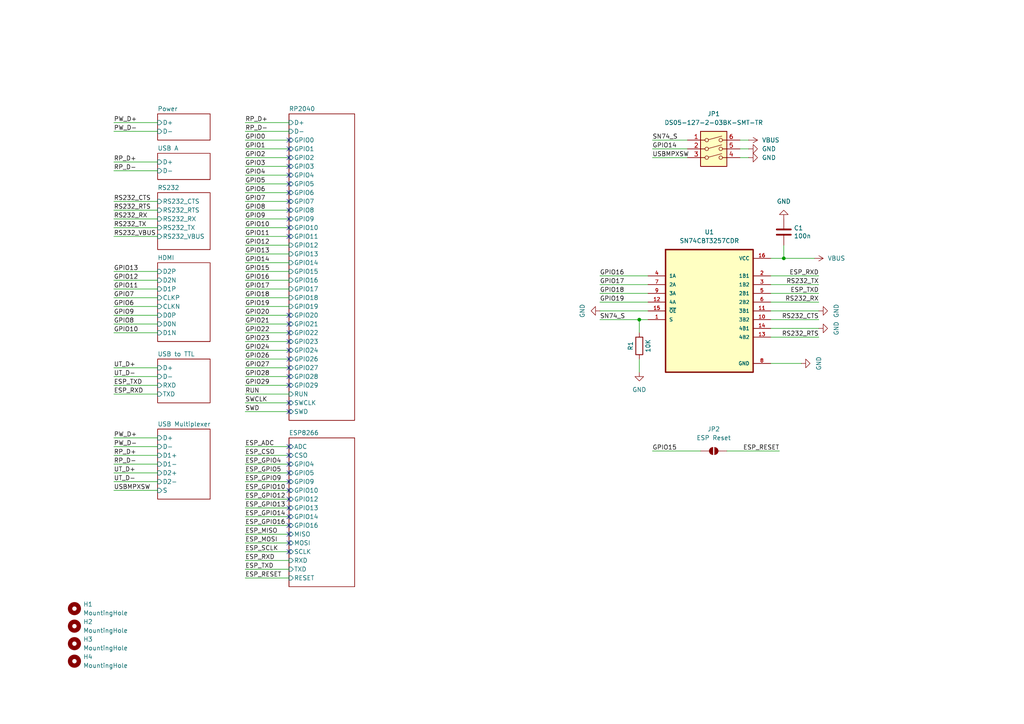
<source format=kicad_sch>
(kicad_sch (version 20250114) (generator "eeschema") (generator_version "9.0")
  (paper "A4")
  (title_block (title "${NAME}") (date "2025-06-22") (rev "${VERSION}") (company "Mikhail Matveev") (comment 1 "https://github.com/xtremespb/frank"))
  (lib_symbols
    (symbol "Device:C" (pin_numbers (hide yes)) (pin_names (offset 0.254))
      (property "Reference" "C" (at 0.635 2.54 0))
      (property "Value" "C" (at 0.635 -2.54 0))
      (symbol "C_0_1"
        (polyline (pts (xy -2.032 0.762) (xy 2.032 0.762)) (stroke (width 0.508)))
        (polyline (pts (xy -2.032 -0.762) (xy 2.032 -0.762)) (stroke (width 0.508)))
      )
      (symbol "C_1_1"
        (pin passive line (at 0 3.81 270) (length 2.794) (name "~") (number "1"))
        (pin passive line (at 0 -3.81 90) (length 2.794) (name "~") (number "2"))
      )
    )
    (symbol "Device:R" (pin_numbers (hide yes)) (pin_names (offset 0))
      (property "Reference" "R" (at 2.032 0 90))
      (property "Value" "R" (at 0 0 90))
      (symbol "R_0_1"
        (rectangle (start -1.016 -2.54) (end 1.016 2.54) (stroke (width 0.254)))
      )
      (symbol "R_1_1"
        (pin passive line (at 0 3.81 270) (length 1.27) (name "~") (number "1"))
        (pin passive line (at 0 -3.81 90) (length 1.27) (name "~") (number "2"))
      )
    )
    (symbol "FRANK:SN74CBT3257CDR" (pin_names (offset 1.016))
      (property "Reference" "U1" (at 0 22.86 0))
      (property "Value" "SN74CBT3257CDR" (at 0 20.32 0))
      (symbol "SN74CBT3257CDR_0_0"
        (rectangle (start -12.7 -17.78) (end 12.7 17.78) (stroke (width 0.41)) (fill (type background)))
        (pin input line (at -17.78 10.16 0) (length 5.08) (name "1A") (number "4"))
        (pin input line (at -17.78 7.62 0) (length 5.08) (name "2A") (number "7"))
        (pin input line (at -17.78 5.08 0) (length 5.08) (name "3A") (number "9"))
        (pin input line (at -17.78 2.54 0) (length 5.08) (name "4A") (number "12"))
        (pin input line (at -17.78 0 0) (length 5.08) (name "~{OE}") (number "15"))
        (pin input line (at -17.78 -2.54 0) (length 5.08) (name "S") (number "1"))
        (pin power_in line (at 17.78 15.24 180) (length 5.08) (name "VCC") (number "16"))
        (pin output line (at 17.78 10.16 180) (length 5.08) (name "1B1") (number "2"))
        (pin output line (at 17.78 7.62 180) (length 5.08) (name "1B2") (number "3"))
        (pin output line (at 17.78 5.08 180) (length 5.08) (name "2B1") (number "5"))
        (pin output line (at 17.78 2.54 180) (length 5.08) (name "2B2") (number "6"))
        (pin output line (at 17.78 0 180) (length 5.08) (name "3B1") (number "11"))
        (pin output line (at 17.78 -2.54 180) (length 5.08) (name "3B2") (number "10"))
        (pin output line (at 17.78 -5.08 180) (length 5.08) (name "4B1") (number "14"))
        (pin output line (at 17.78 -7.62 180) (length 5.08) (name "4B2") (number "13"))
        (pin power_in line (at 17.78 -15.24 180) (length 5.08) (name "GND") (number "8"))
      )
    )
    (symbol "GND_1" (power) (pin_numbers (hide yes)) (pin_names (offset 0) (hide yes))
      (property "Value" "GND" (at 0 -3.81 0))
      (symbol "GND_1_0_1"
        (polyline (pts (xy 0 0) (xy 0 -1.27) (xy 1.27 -1.27) (xy 0 -2.54) (xy -1.27 -1.27) (xy 0 -1.27)))
      )
      (symbol "GND_1_1_1"
        (pin power_in line (at 0 0 270) (length 0) (name "~") (number "1"))
      )
    )
    (symbol "Jumper:SolderJumper_2_Open" (pin_numbers (hide yes)) (pin_names (offset 0) (hide yes)) (exclude_from_sim yes) (in_bom no)
      (property "Reference" "JP" (at 0 2.032 0))
      (property "Value" "SolderJumper_2_Open" (at 0 -2.54 0))
      (symbol "SolderJumper_2_Open_0_1"
        (polyline (pts (xy -0.254 1.016) (xy -0.254 -1.016)))
        (arc (start -0.254 -1.016) (mid -1.2656 0) (end -0.254 1.016))
        (arc (start -0.254 -1.016) (mid -1.2656 0) (end -0.254 1.016) (fill (type outline)))
        (arc (start 0.254 1.016) (mid 1.2656 0) (end 0.254 -1.016))
        (arc (start 0.254 1.016) (mid 1.2656 0) (end 0.254 -1.016) (fill (type outline)))
        (polyline (pts (xy 0.254 1.016) (xy 0.254 -1.016)))
      )
      (symbol "SolderJumper_2_Open_1_1"
        (pin passive line (at -3.81 0 0) (length 2.54) (name "A") (number "1"))
        (pin passive line (at 3.81 0 180) (length 2.54) (name "B") (number "2"))
      )
    )
    (symbol "Mechanical:MountingHole" (pin_names (offset 1.016)) (exclude_from_sim yes) (in_bom no)
      (property "Reference" "H" (at 0 5.08 0))
      (property "Value" "MountingHole" (at 0 3.175 0))
      (symbol "MountingHole_0_1"
        (circle (center 0 0) (radius 1.27) (stroke (width 1.27)))
      )
    )
    (symbol "Switch:SW_DIP_x03" (pin_names (offset 0) (hide yes))
      (property "Reference" "SW" (at 0 6.35 0))
      (property "Value" "SW_DIP_x03" (at 0 -6.35 0))
      (symbol "SW_DIP_x03_0_0"
        (circle (center -2.032 2.54) (radius 0.508))
        (circle (center -2.032 0) (radius 0.508))
        (circle (center -2.032 -2.54) (radius 0.508))
        (polyline (pts (xy -1.524 2.667) (xy 2.3622 3.7084)))
        (polyline (pts (xy -1.524 0.127) (xy 2.3622 1.1684)))
        (polyline (pts (xy -1.524 -2.413) (xy 2.3622 -1.3716)))
        (circle (center 2.032 2.54) (radius 0.508))
        (circle (center 2.032 0) (radius 0.508))
        (circle (center 2.032 -2.54) (radius 0.508))
      )
      (symbol "SW_DIP_x03_0_1"
        (rectangle (start -3.81 5.08) (end 3.81 -5.08) (stroke (width 0.254)) (fill (type background)))
      )
      (symbol "SW_DIP_x03_1_1"
        (pin passive line (at -7.62 2.54 0) (length 5.08) (name "~") (number "1"))
        (pin passive line (at -7.62 0 0) (length 5.08) (name "~") (number "2"))
        (pin passive line (at -7.62 -2.54 0) (length 5.08) (name "~") (number "3"))
        (pin passive line (at 7.62 2.54 180) (length 5.08) (name "~") (number "6"))
        (pin passive line (at 7.62 0 180) (length 5.08) (name "~") (number "5"))
        (pin passive line (at 7.62 -2.54 180) (length 5.08) (name "~") (number "4"))
      )
    )
    (symbol "power:GND" (power) (pin_numbers (hide yes)) (pin_names (offset 0) (hide yes))
      (property "Value" "GND" (at 0 -3.81 0))
      (symbol "GND_0_1"
        (polyline (pts (xy 0 0) (xy 0 -1.27) (xy 1.27 -1.27) (xy 0 -2.54) (xy -1.27 -1.27) (xy 0 -1.27)))
      )
      (symbol "GND_1_1"
        (pin power_in line (at 0 0 270) (length 0) (name "~") (number "1"))
      )
    )
    (symbol "power:VBUS" (power) (pin_numbers (hide yes)) (pin_names (offset 0) (hide yes))
      (property "Value" "VBUS" (at 0 3.556 0))
      (symbol "VBUS_0_1"
        (polyline (pts (xy -0.762 1.27) (xy 0 2.54)))
        (polyline (pts (xy 0 2.54) (xy 0.762 1.27)))
        (polyline (pts (xy 0 0) (xy 0 2.54)))
      )
      (symbol "VBUS_1_1"
        (pin power_in line (at 0 0 90) (length 0) (name "~") (number "1"))
      )
    )
  )
  (junction (at 227.33 74.93))
  (junction (at 185.42 92.71))
  (no_connect (at 83.82 116.84))
  (no_connect (at 83.82 134.62))
  (no_connect (at 83.82 137.16))
  (no_connect (at 83.82 63.5))
  (no_connect (at 83.82 106.68))
  (no_connect (at 83.82 160.02))
  (no_connect (at 83.82 129.54))
  (no_connect (at 83.82 154.94))
  (no_connect (at 83.82 48.26))
  (no_connect (at 83.82 111.76))
  (no_connect (at 83.82 55.88))
  (no_connect (at 83.82 60.96))
  (no_connect (at 83.82 147.32))
  (no_connect (at 83.82 58.42))
  (no_connect (at 83.82 119.38))
  (no_connect (at 83.82 142.24))
  (no_connect (at 83.82 132.08))
  (no_connect (at 83.82 139.7))
  (no_connect (at 83.82 152.4))
  (no_connect (at 83.82 157.48))
  (no_connect (at 83.82 43.18))
  (no_connect (at 83.82 104.14))
  (no_connect (at 83.82 109.22))
  (no_connect (at 83.82 101.6))
  (no_connect (at 83.82 96.52))
  (no_connect (at 83.82 99.06))
  (no_connect (at 83.82 66.04))
  (no_connect (at 83.82 93.98))
  (no_connect (at 83.82 53.34))
  (no_connect (at 83.82 144.78))
  (no_connect (at 83.82 50.8))
  (no_connect (at 83.82 40.64))
  (no_connect (at 83.82 68.58))
  (no_connect (at 83.82 149.86))
  (no_connect (at 83.82 91.44))
  (no_connect (at 83.82 45.72))
  (wire (pts (xy 189.23 45.72) (xy 199.39 45.72)))
  (wire (pts (xy 223.52 74.93) (xy 227.33 74.93)))
  (wire (pts (xy 71.12 93.98) (xy 83.82 93.98)))
  (wire (pts (xy 33.02 66.04) (xy 45.72 66.04)))
  (wire (pts (xy 71.12 104.14) (xy 83.82 104.14)))
  (wire (pts (xy 71.12 71.12) (xy 83.82 71.12)))
  (wire (pts (xy 33.02 132.08) (xy 45.72 132.08)))
  (wire (pts (xy 185.42 104.14) (xy 185.42 107.95)))
  (wire (pts (xy 71.12 83.82) (xy 83.82 83.82)))
  (wire (pts (xy 189.23 40.64) (xy 199.39 40.64)))
  (wire (pts (xy 173.99 80.01) (xy 187.96 80.01)))
  (wire (pts (xy 71.12 132.08) (xy 83.82 132.08)))
  (wire (pts (xy 71.12 116.84) (xy 83.82 116.84)))
  (wire (pts (xy 227.33 71.12) (xy 227.33 74.93)))
  (wire (pts (xy 71.12 45.72) (xy 83.82 45.72)))
  (wire (pts (xy 71.12 68.58) (xy 83.82 68.58)))
  (wire (pts (xy 71.12 53.34) (xy 83.82 53.34)))
  (wire (pts (xy 189.23 43.18) (xy 199.39 43.18)))
  (wire (pts (xy 71.12 101.6) (xy 83.82 101.6)))
  (wire (pts (xy 223.52 85.09) (xy 237.49 85.09)))
  (wire (pts (xy 71.12 35.56) (xy 83.82 35.56)))
  (wire (pts (xy 214.63 45.72) (xy 217.17 45.72)))
  (wire (pts (xy 71.12 91.44) (xy 83.82 91.44)))
  (wire (pts (xy 33.02 38.1) (xy 45.72 38.1)))
  (wire (pts (xy 33.02 96.52) (xy 45.72 96.52)))
  (wire (pts (xy 71.12 137.16) (xy 83.82 137.16)))
  (wire (pts (xy 71.12 50.8) (xy 83.82 50.8)))
  (wire (pts (xy 33.02 35.56) (xy 45.72 35.56)))
  (wire (pts (xy 33.02 91.44) (xy 45.72 91.44)))
  (wire (pts (xy 33.02 81.28) (xy 45.72 81.28)))
  (wire (pts (xy 33.02 78.74) (xy 45.72 78.74)))
  (wire (pts (xy 33.02 86.36) (xy 45.72 86.36)))
  (wire (pts (xy 33.02 114.3) (xy 45.72 114.3)))
  (wire (pts (xy 71.12 38.1) (xy 83.82 38.1)))
  (wire (pts (xy 33.02 142.24) (xy 45.72 142.24)))
  (wire (pts (xy 237.49 87.63) (xy 223.52 87.63)))
  (wire (pts (xy 237.49 90.17) (xy 223.52 90.17)))
  (wire (pts (xy 33.02 129.54) (xy 45.72 129.54)))
  (wire (pts (xy 71.12 129.54) (xy 83.82 129.54)))
  (wire (pts (xy 71.12 142.24) (xy 83.82 142.24)))
  (wire (pts (xy 71.12 152.4) (xy 83.82 152.4)))
  (wire (pts (xy 71.12 48.26) (xy 83.82 48.26)))
  (wire (pts (xy 71.12 86.36) (xy 83.82 86.36)))
  (wire (pts (xy 237.49 95.25) (xy 223.52 95.25)))
  (wire (pts (xy 232.41 105.41) (xy 223.52 105.41)))
  (wire (pts (xy 223.52 92.71) (xy 237.49 92.71)))
  (wire (pts (xy 71.12 43.18) (xy 83.82 43.18)))
  (wire (pts (xy 71.12 134.62) (xy 83.82 134.62)))
  (wire (pts (xy 71.12 144.78) (xy 83.82 144.78)))
  (wire (pts (xy 33.02 83.82) (xy 45.72 83.82)))
  (wire (pts (xy 223.52 97.79) (xy 237.49 97.79)))
  (wire (pts (xy 189.23 130.81) (xy 203.2 130.81)))
  (wire (pts (xy 33.02 93.98) (xy 45.72 93.98)))
  (wire (pts (xy 185.42 92.71) (xy 185.42 96.52)))
  (wire (pts (xy 33.02 68.58) (xy 45.72 68.58)))
  (wire (pts (xy 33.02 106.68) (xy 45.72 106.68)))
  (wire (pts (xy 71.12 60.96) (xy 83.82 60.96)))
  (wire (pts (xy 236.22 74.93) (xy 227.33 74.93)))
  (wire (pts (xy 71.12 96.52) (xy 83.82 96.52)))
  (wire (pts (xy 71.12 154.94) (xy 83.82 154.94)))
  (wire (pts (xy 173.99 82.55) (xy 187.96 82.55)))
  (wire (pts (xy 71.12 167.64) (xy 83.82 167.64)))
  (wire (pts (xy 71.12 78.74) (xy 83.82 78.74)))
  (wire (pts (xy 214.63 43.18) (xy 217.17 43.18)))
  (wire (pts (xy 71.12 81.28) (xy 83.82 81.28)))
  (wire (pts (xy 71.12 149.86) (xy 83.82 149.86)))
  (wire (pts (xy 71.12 63.5) (xy 83.82 63.5)))
  (wire (pts (xy 71.12 88.9) (xy 83.82 88.9)))
  (wire (pts (xy 33.02 134.62) (xy 45.72 134.62)))
  (wire (pts (xy 33.02 60.96) (xy 45.72 60.96)))
  (wire (pts (xy 33.02 58.42) (xy 45.72 58.42)))
  (wire (pts (xy 185.42 92.71) (xy 187.96 92.71)))
  (wire (pts (xy 33.02 109.22) (xy 45.72 109.22)))
  (wire (pts (xy 71.12 147.32) (xy 83.82 147.32)))
  (wire (pts (xy 223.52 82.55) (xy 237.49 82.55)))
  (wire (pts (xy 71.12 114.3) (xy 83.82 114.3)))
  (wire (pts (xy 71.12 162.56) (xy 83.82 162.56)))
  (wire (pts (xy 71.12 119.38) (xy 83.82 119.38)))
  (wire (pts (xy 237.49 80.01) (xy 223.52 80.01)))
  (wire (pts (xy 173.99 92.71) (xy 185.42 92.71)))
  (wire (pts (xy 71.12 111.76) (xy 83.82 111.76)))
  (wire (pts (xy 33.02 88.9) (xy 45.72 88.9)))
  (wire (pts (xy 71.12 55.88) (xy 83.82 55.88)))
  (wire (pts (xy 71.12 157.48) (xy 83.82 157.48)))
  (wire (pts (xy 71.12 139.7) (xy 83.82 139.7)))
  (wire (pts (xy 71.12 99.06) (xy 83.82 99.06)))
  (wire (pts (xy 173.99 85.09) (xy 187.96 85.09)))
  (wire (pts (xy 33.02 63.5) (xy 45.72 63.5)))
  (wire (pts (xy 71.12 58.42) (xy 83.82 58.42)))
  (wire (pts (xy 33.02 49.53) (xy 45.72 49.53)))
  (wire (pts (xy 173.99 90.17) (xy 187.96 90.17)))
  (wire (pts (xy 71.12 66.04) (xy 83.82 66.04)))
  (wire (pts (xy 71.12 73.66) (xy 83.82 73.66)))
  (wire (pts (xy 71.12 40.64) (xy 83.82 40.64)))
  (wire (pts (xy 71.12 76.2) (xy 83.82 76.2)))
  (wire (pts (xy 33.02 46.99) (xy 45.72 46.99)))
  (wire (pts (xy 71.12 109.22) (xy 83.82 109.22)))
  (wire (pts (xy 214.63 40.64) (xy 217.17 40.64)))
  (wire (pts (xy 33.02 111.76) (xy 45.72 111.76)))
  (wire (pts (xy 33.02 139.7) (xy 45.72 139.7)))
  (wire (pts (xy 173.99 87.63) (xy 187.96 87.63)))
  (wire (pts (xy 71.12 106.68) (xy 83.82 106.68)))
  (wire (pts (xy 71.12 160.02) (xy 83.82 160.02)))
  (wire (pts (xy 33.02 137.16) (xy 45.72 137.16)))
  (wire (pts (xy 71.12 165.1) (xy 83.82 165.1)))
  (wire (pts (xy 33.02 127) (xy 45.72 127)))
  (wire (pts (xy 226.06 130.81) (xy 210.82 130.81)))
  (label "GPIO16" (at 173.99 80.01 0))
  (label "UT_D-" (at 33.02 139.7 0))
  (label "ESP_GPIO16" (at 71.12 152.4 0))
  (label "ESP_GPIO5" (at 71.12 137.16 0))
  (label "SN74_S" (at 173.99 92.71 0))
  (label "GPIO12" (at 33.02 81.28 0))
  (label "GPIO27" (at 71.12 106.68 0))
  (label "GPIO1" (at 71.12 43.18 0))
  (label "GPIO20" (at 71.12 91.44 0))
  (label "ESP_GPIO10" (at 71.12 142.24 0))
  (label "GPIO21" (at 71.12 93.98 0))
  (label "GPIO14" (at 71.12 76.2 0))
  (label "GPIO15" (at 71.12 78.74 0))
  (label "GPIO9" (at 71.12 63.5 0))
  (label "ESP_TXD" (at 33.02 111.76 0))
  (label "GPIO7" (at 33.02 86.36 0))
  (label "GPIO10" (at 71.12 66.04 0))
  (label "RS232_RTS" (at 237.49 97.79 180))
  (label "GPIO18" (at 71.12 86.36 0))
  (label "RS232_TX" (at 237.49 82.55 180))
  (label "GPIO22" (at 71.12 96.52 0))
  (label "ESP_GPIO13" (at 71.12 147.32 0))
  (label "RUN" (at 71.12 114.3 0))
  (label "SWCLK" (at 71.12 116.84 0))
  (label "RS232_RX" (at 33.02 63.5 0))
  (label "GPIO23" (at 71.12 99.06 0))
  (label "GPIO15" (at 189.23 130.81 0))
  (label "GPIO17" (at 71.12 83.82 0))
  (label "RP_D+" (at 71.12 35.56 0))
  (label "RS232_CTS" (at 33.02 58.42 0))
  (label "ESP_RXD" (at 33.02 114.3 0))
  (label "GPIO7" (at 71.12 58.42 0))
  (label "GPIO10" (at 33.02 96.52 0))
  (label "GPIO28" (at 71.12 109.22 0))
  (label "ESP_TXD" (at 71.12 165.1 0))
  (label "RP_D-" (at 33.02 49.53 0))
  (label "ESP_GPIO14" (at 71.12 149.86 0))
  (label "PW_D+" (at 33.02 35.56 0))
  (label "GPIO3" (at 71.12 48.26 0))
  (label "GPIO17" (at 173.99 82.55 0))
  (label "GPIO19" (at 71.12 88.9 0))
  (label "GPIO4" (at 71.12 50.8 0))
  (label "ESP_RESET" (at 226.06 130.81 180))
  (label "ESP_RXD" (at 237.49 80.01 180))
  (label "GPIO24" (at 71.12 101.6 0))
  (label "GPIO9" (at 33.02 91.44 0))
  (label "ESP_MISO" (at 71.12 154.94 0))
  (label "UT_D+" (at 33.02 137.16 0))
  (label "ESP_TXD" (at 237.49 85.09 180))
  (label "GPIO2" (at 71.12 45.72 0))
  (label "GPIO29" (at 71.12 111.76 0))
  (label "ESP_CSO" (at 71.12 132.08 0))
  (label "RS232_TX" (at 33.02 66.04 0))
  (label "GPIO18" (at 173.99 85.09 0))
  (label "GPIO8" (at 33.02 93.98 0))
  (label "UT_D-" (at 33.02 109.22 0))
  (label "GPIO16" (at 71.12 81.28 0))
  (label "GPIO12" (at 71.12 71.12 0))
  (label "PW_D-" (at 33.02 38.1 0))
  (label "GPIO6" (at 33.02 88.9 0))
  (label "GPIO11" (at 33.02 83.82 0))
  (label "ESP_GPIO4" (at 71.12 134.62 0))
  (label "RS232_RX" (at 237.49 87.63 180))
  (label "UT_D+" (at 33.02 106.68 0))
  (label "USBMPXSW" (at 33.02 142.24 0))
  (label "GPIO26" (at 71.12 104.14 0))
  (label "GPIO5" (at 71.12 53.34 0))
  (label "PW_D+" (at 33.02 127 0))
  (label "RS232_RTS" (at 33.02 60.96 0))
  (label "SN74_S" (at 189.23 40.64 0))
  (label "USBMPXSW" (at 189.23 45.72 0))
  (label "RP_D+" (at 33.02 46.99 0))
  (label "RS232_CTS" (at 237.49 92.71 180))
  (label "ESP_RESET" (at 71.12 167.64 0))
  (label "RP_D+" (at 33.02 132.08 0))
  (label "ESP_GPIO12" (at 71.12 144.78 0))
  (label "GPIO8" (at 71.12 60.96 0))
  (label "ESP_SCLK" (at 71.12 160.02 0))
  (label "RS232_VBUS" (at 33.02 68.58 0))
  (label "GPIO19" (at 173.99 87.63 0))
  (label "GPIO14" (at 189.23 43.18 0))
  (label "ESP_ADC" (at 71.12 129.54 0))
  (label "RP_D-" (at 33.02 134.62 0))
  (label "ESP_RXD" (at 71.12 162.56 0))
  (label "GPIO11" (at 71.12 68.58 0))
  (label "GPIO13" (at 33.02 78.74 0))
  (label "GPIO13" (at 71.12 73.66 0))
  (label "RP_D-" (at 71.12 38.1 0))
  (label "GPIO6" (at 71.12 55.88 0))
  (label "ESP_GPIO9" (at 71.12 139.7 0))
  (label "PW_D-" (at 33.02 129.54 0))
  (label "SWD" (at 71.12 119.38 0))
  (label "ESP_MOSI" (at 71.12 157.48 0))
  (label "GPIO0" (at 71.12 40.64 0))
  (symbol (lib_id "power:VBUS") (at 217.17 40.64 270) (unit 1)
    (property "Reference" "#PWR01" (effects (hide yes)))
    (property "Value" "VBUS" (at 220.98 40.6399 90) (effects (justify left)))
    (property "Description" "Power symbol creates a global label with name \"VBUS\"" (effects (hide yes)))
  )
  (symbol (lib_id "Jumper:SolderJumper_2_Open") (at 207.01 130.81 0) (unit 1) (exclude_from_sim yes) (in_bom no)
    (property "Reference" "JP2" (at 207.01 124.46 0))
    (property "Value" "ESP Reset" (at 207.01 127 0))
    (property "Footprint" "FRANK:Jumper (solder)" (effects (hide yes)))
    (property "Description" "Solder Jumper, 2-pole, open" (effects (hide yes)))
  )
  (symbol (lib_id "power:GND") (at 237.49 95.25 90) (unit 1)
    (property "Reference" "#PWR08" (effects (hide yes)))
    (property "Value" "GND" (at 242.57 95.25 0))
    (property "Description" "Power symbol creates a global label with name \"GND\" , ground" (effects (hide yes)))
  )
  (symbol (lib_name "GND_1") (lib_id "power:GND") (at 217.17 43.18 90) (unit 1)
    (property "Reference" "#PWR02" (effects (hide yes)))
    (property "Value" "GND" (at 220.98 43.1799 90) (effects (justify right)))
    (property "Description" "Power symbol creates a global label with name \"GND\" , ground" (effects (hide yes)))
  )
  (symbol (lib_id "power:VBUS") (at 236.22 74.93 270) (unit 1)
    (property "Reference" "#PWR05" (effects (hide yes)))
    (property "Value" "VBUS" (at 240.03 74.9299 90) (effects (justify left)))
    (property "Description" "Power symbol creates a global label with name \"VBUS\"" (effects (hide yes)))
  )
  (symbol (lib_id "power:GND") (at 173.99 90.17 270) (unit 1)
    (property "Reference" "#PWR06" (effects (hide yes)))
    (property "Value" "GND" (at 168.91 90.17 0))
    (property "Description" "Power symbol creates a global label with name \"GND\" , ground" (effects (hide yes)))
  )
  (symbol (lib_id "power:GND") (at 227.33 63.5 180) (unit 1)
    (property "Reference" "#PWR04" (effects (hide yes)))
    (property "Value" "GND" (at 227.33 58.42 0))
    (property "Description" "Power symbol creates a global label with name \"GND\" , ground" (effects (hide yes)))
  )
  (symbol (lib_id "power:GND") (at 232.41 105.41 90) (unit 1)
    (property "Reference" "#PWR09" (effects (hide yes)))
    (property "Value" "GND" (at 237.49 105.41 0))
    (property "Description" "Power symbol creates a global label with name \"GND\" , ground" (effects (hide yes)))
  )
  (symbol (lib_id "FRANK:SN74CBT3257CDR") (at 205.74 90.17 0) (unit 1)
    (property "Reference" "U1" (at 205.74 67.31 0))
    (property "Value" "SN74CBT3257CDR" (at 205.74 69.85 0))
    (property "Footprint" "FRANK:SOP-16" (effects (hide yes)))
    (property "Datasheet" "https://www.ti.com/lit/ds/symlink/sn74cbt3257c.pdf?ts=1748214918458" (effects (hide yes)))
    (property "MF" "Texas Instruments" (effects (hide yes)))
    (property "Description_1" "5-V, 2:1 (SPDT), 4-channel FET bus switch with –2-V undershoot protection" (effects (hide yes)))
    (property "Package" "SOIC-16 Texas Instruments" (effects (hide yes)))
    (property "Price" "None" (effects (hide yes)))
    (property "SnapEDA_Link" "https://www.snapeda.com/parts/SN74CBT3257CDR/Texas+Instruments/view-part/?ref=snap" (effects (hide yes)))
    (property "MP" "SN74CBT3257CDR" (effects (hide yes)))
    (property "Availability" "In Stock" (effects (hide yes)))
    (property "Check_prices" "https://www.snapeda.com/parts/SN74CBT3257CDR/Texas+Instruments/view-part/?ref=eda" (effects (hide yes)))
    (property "AliExpress" "https://vi.aliexpress.com/item/1005008608415566.html" (effects (hide yes)))
  )
  (symbol (lib_id "power:GND") (at 185.42 107.95 0) (unit 1)
    (property "Reference" "#PWR010" (effects (hide yes)))
    (property "Value" "GND" (at 185.42 113.03 0))
    (property "Description" "Power symbol creates a global label with name \"GND\" , ground" (effects (hide yes)))
  )
  (symbol (lib_id "Mechanical:MountingHole") (at 21.59 186.69 0) (unit 1) (exclude_from_sim yes) (in_bom no)
    (property "Reference" "H3" (at 24.13 185.4199 0) (effects (justify left)))
    (property "Value" "MountingHole" (at 24.13 187.9599 0) (effects (justify left)))
    (property "Footprint" "FRANK:Mounting Hole (2.7mm)" (effects (hide yes)))
    (property "Description" "Mounting Hole without connection" (effects (hide yes)))
  )
  (symbol (lib_id "Mechanical:MountingHole") (at 21.59 181.61 0) (unit 1) (exclude_from_sim yes) (in_bom no)
    (property "Reference" "H2" (at 24.13 180.3399 0) (effects (justify left)))
    (property "Value" "MountingHole" (at 24.13 182.8799 0) (effects (justify left)))
    (property "Footprint" "FRANK:Mounting Hole (2.7mm)" (effects (hide yes)))
    (property "Description" "Mounting Hole without connection" (effects (hide yes)))
  )
  (symbol (lib_id "Mechanical:MountingHole") (at 21.59 191.77 0) (unit 1) (exclude_from_sim yes) (in_bom no)
    (property "Reference" "H4" (at 24.13 190.4999 0) (effects (justify left)))
    (property "Value" "MountingHole" (at 24.13 193.0399 0) (effects (justify left)))
    (property "Footprint" "FRANK:Mounting Hole (2.7mm)" (effects (hide yes)))
    (property "Description" "Mounting Hole without connection" (effects (hide yes)))
  )
  (symbol (lib_id "Mechanical:MountingHole") (at 21.59 176.53 0) (unit 1) (exclude_from_sim yes) (in_bom no)
    (property "Reference" "H1" (at 24.13 175.2599 0) (effects (justify left)))
    (property "Value" "MountingHole" (at 24.13 177.7999 0) (effects (justify left)))
    (property "Footprint" "FRANK:Mounting Hole (2.7mm)" (effects (hide yes)))
    (property "Description" "Mounting Hole without connection" (effects (hide yes)))
  )
  (symbol (lib_id "Switch:SW_DIP_x03") (at 207.01 43.18 0) (unit 1)
    (property "Reference" "JP1" (at 207.01 33.02 0))
    (property "Value" "DS05-127-2-03BK-SMT-TR" (at 207.01 35.56 0))
    (property "Footprint" "FRANK:DS05127203BKSMTTR" (effects (hide yes)))
    (property "Datasheet" "https://gr.mouser.com/datasheet/2/1628/ds05_127_smt-3510239.pdf" (effects (hide yes)))
    (property "Description" "3x DIP Switch, Single Pole Single Throw (SPST) switch, small symbol" (effects (hide yes)))
    (property "AliExpress" "https://www.aliexpress.com/item/1005006144087226.html" (effects (hide yes)))
  )
  (symbol (lib_id "Device:C") (at 227.33 67.31 0) (unit 1)
    (property "Reference" "C1" (at 230.251 66.1416 0) (effects (justify left)))
    (property "Value" "100n" (at 230.251 68.453 0) (effects (justify left)))
    (property "Footprint" "FRANK:Capacitor (0805)" (effects (hide yes)))
    (property "Datasheet" "https://eu.mouser.com/datasheet/2/40/KGM_X7R-3223212.pdf" (effects (hide yes)))
    (property "AliExpress" "https://www.aliexpress.com/item/33008008276.html" (effects (hide yes)))
  )
  (symbol (lib_id "Device:R") (at 185.42 100.33 180) (unit 1)
    (property "Reference" "R1" (at 182.88 100.33 90))
    (property "Value" "10K" (at 187.96 100.33 90))
    (property "Footprint" "FRANK:Resistor (0805)" (effects (hide yes)))
    (property "Datasheet" "https://www.vishay.com/docs/28952/mcs0402at-mct0603at-mcu0805at-mca1206at.pdf" (effects (hide yes)))
    (property "AliExpress" "https://www.aliexpress.com/item/1005005945735199.html" (effects (hide yes)))
  )
  (symbol (lib_name "GND_1") (lib_id "power:GND") (at 217.17 45.72 90) (unit 1)
    (property "Reference" "#PWR03" (effects (hide yes)))
    (property "Value" "GND" (at 220.98 45.7199 90) (effects (justify right)))
    (property "Description" "Power symbol creates a global label with name \"GND\" , ground" (effects (hide yes)))
  )
  (symbol (lib_id "power:GND") (at 237.49 90.17 90) (unit 1)
    (property "Reference" "#PWR07" (effects (hide yes)))
    (property "Value" "GND" (at 242.57 90.17 0))
    (property "Description" "Power symbol creates a global label with name \"GND\" , ground" (effects (hide yes)))
  )
  (sheet (at 45.72 104.14) (size 15.24 12.7) (stroke (width 0.1524))
    (property "Sheetname" "USB to TTL" (at 45.72 103.4284 0) (effects (justify left bottom)))
    (property "Sheetfile" "usb2ttl.kicad_sch" (effects (hide yes)))
    (pin "D+" input (at 45.72 106.68 180))
    (pin "D-" input (at 45.72 109.22 180))
    (pin "RXD" input (at 45.72 111.76 180))
    (pin "TXD" input (at 45.72 114.3 180))
  )
  (sheet (at 45.72 76.2) (size 15.24 22.86) (stroke (width 0.1524))
    (property "Sheetname" "HDMI" (at 45.72 75.4884 0) (effects (justify left bottom)))
    (property "Sheetfile" "hdmi.kicad_sch" (effects (hide yes)))
    (pin "D2P" input (at 45.72 78.74 180))
    (pin "D2N" input (at 45.72 81.28 180))
    (pin "D1P" input (at 45.72 83.82 180))
    (pin "CLKP" input (at 45.72 86.36 180))
    (pin "CLKN" input (at 45.72 88.9 180))
    (pin "D0P" input (at 45.72 91.44 180))
    (pin "D0N" input (at 45.72 93.98 180))
    (pin "D1N" input (at 45.72 96.52 180))
  )
  (sheet (at 83.82 33.02) (size 19.05 88.9) (stroke (width 0.1524))
    (property "Sheetname" "RP2040" (at 83.82 32.3084 0) (effects (justify left bottom)))
    (property "Sheetfile" "rp2040.kicad_sch" (effects (hide yes)))
    (pin "D+" input (at 83.82 35.56 180))
    (pin "D-" input (at 83.82 38.1 180))
    (pin "GPIO0" input (at 83.82 40.64 180))
    (pin "GPIO1" input (at 83.82 43.18 180))
    (pin "GPIO2" input (at 83.82 45.72 180))
    (pin "GPIO3" input (at 83.82 48.26 180))
    (pin "GPIO4" input (at 83.82 50.8 180))
    (pin "GPIO5" input (at 83.82 53.34 180))
    (pin "GPIO6" input (at 83.82 55.88 180))
    (pin "GPIO7" input (at 83.82 58.42 180))
    (pin "GPIO8" input (at 83.82 60.96 180))
    (pin "GPIO9" input (at 83.82 63.5 180))
    (pin "GPIO10" input (at 83.82 66.04 180))
    (pin "GPIO11" input (at 83.82 68.58 180))
    (pin "GPIO12" input (at 83.82 71.12 180))
    (pin "GPIO13" input (at 83.82 73.66 180))
    (pin "GPIO14" input (at 83.82 76.2 180))
    (pin "GPIO15" input (at 83.82 78.74 180))
    (pin "GPIO16" input (at 83.82 81.28 180))
    (pin "GPIO17" input (at 83.82 83.82 180))
    (pin "GPIO18" input (at 83.82 86.36 180))
    (pin "GPIO19" input (at 83.82 88.9 180))
    (pin "GPIO20" input (at 83.82 91.44 180))
    (pin "GPIO21" input (at 83.82 93.98 180))
    (pin "GPIO22" input (at 83.82 96.52 180))
    (pin "GPIO23" input (at 83.82 99.06 180))
    (pin "GPIO24" input (at 83.82 101.6 180))
    (pin "GPIO26" input (at 83.82 104.14 180))
    (pin "GPIO27" input (at 83.82 106.68 180))
    (pin "GPIO28" input (at 83.82 109.22 180))
    (pin "GPIO29" input (at 83.82 111.76 180))
    (pin "RUN" input (at 83.82 114.3 180))
    (pin "SWCLK" input (at 83.82 116.84 180))
    (pin "SWD" input (at 83.82 119.38 180))
  )
  (sheet (at 45.72 55.88) (size 15.24 16.51) (stroke (width 0.1524))
    (property "Sheetname" "RS232" (at 45.72 55.1684 0) (effects (justify left bottom)))
    (property "Sheetfile" "rs232.kicad_sch" (effects (hide yes)))
    (pin "RS232_CTS" input (at 45.72 58.42 180))
    (pin "RS232_RTS" input (at 45.72 60.96 180))
    (pin "RS232_RX" input (at 45.72 63.5 180))
    (pin "RS232_TX" input (at 45.72 66.04 180))
    (pin "RS232_VBUS" input (at 45.72 68.58 180))
  )
  (sheet (at 45.72 33.02) (size 15.24 7.62) (stroke (width 0.1524))
    (property "Sheetname" "Power" (at 45.72 32.3084 0) (effects (justify left bottom)))
    (property "Sheetfile" "power.kicad_sch" (effects (hide yes)))
    (pin "D+" input (at 45.72 35.56 180))
    (pin "D-" input (at 45.72 38.1 180))
  )
  (sheet (at 45.72 124.46) (size 15.24 20.32) (stroke (width 0.1524))
    (property "Sheetname" "USB Multiplexer" (at 45.72 123.7484 0) (effects (justify left bottom)))
    (property "Sheetfile" "usb_multiplexer.kicad_sch" (effects (hide yes)))
    (pin "D+" input (at 45.72 127 180))
    (pin "D-" input (at 45.72 129.54 180))
    (pin "D1+" input (at 45.72 132.08 180))
    (pin "D1-" input (at 45.72 134.62 180))
    (pin "D2+" input (at 45.72 137.16 180))
    (pin "D2-" input (at 45.72 139.7 180))
    (pin "S" input (at 45.72 142.24 180))
  )
  (sheet (at 83.82 127) (size 19.05 43.18) (stroke (width 0.1524))
    (property "Sheetname" "ESP8266" (at 83.82 126.2884 0) (effects (justify left bottom)))
    (property "Sheetfile" "esp8266.kicad_sch" (effects (hide yes)))
    (pin "ADC" input (at 83.82 129.54 180))
    (pin "CSO" input (at 83.82 132.08 180))
    (pin "GPIO4" input (at 83.82 134.62 180))
    (pin "GPIO5" input (at 83.82 137.16 180))
    (pin "GPIO9" input (at 83.82 139.7 180))
    (pin "GPIO10" input (at 83.82 142.24 180))
    (pin "GPIO12" input (at 83.82 144.78 180))
    (pin "GPIO13" input (at 83.82 147.32 180))
    (pin "GPIO14" input (at 83.82 149.86 180))
    (pin "GPIO16" input (at 83.82 152.4 180))
    (pin "MISO" input (at 83.82 154.94 180))
    (pin "MOSI" input (at 83.82 157.48 180))
    (pin "SCLK" input (at 83.82 160.02 180))
    (pin "RXD" input (at 83.82 162.56 180))
    (pin "TXD" input (at 83.82 165.1 180))
    (pin "RESET" input (at 83.82 167.64 180))
  )
  (sheet (at 45.72 44.45) (size 15.24 7.62) (stroke (width 0.1524))
    (property "Sheetname" "USB A" (at 45.72 43.7384 0) (effects (justify left bottom)))
    (property "Sheetfile" "usba.kicad_sch" (effects (hide yes)))
    (pin "D+" input (at 45.72 46.99 180))
    (pin "D-" input (at 45.72 49.53 180))
  )
)
</source>
